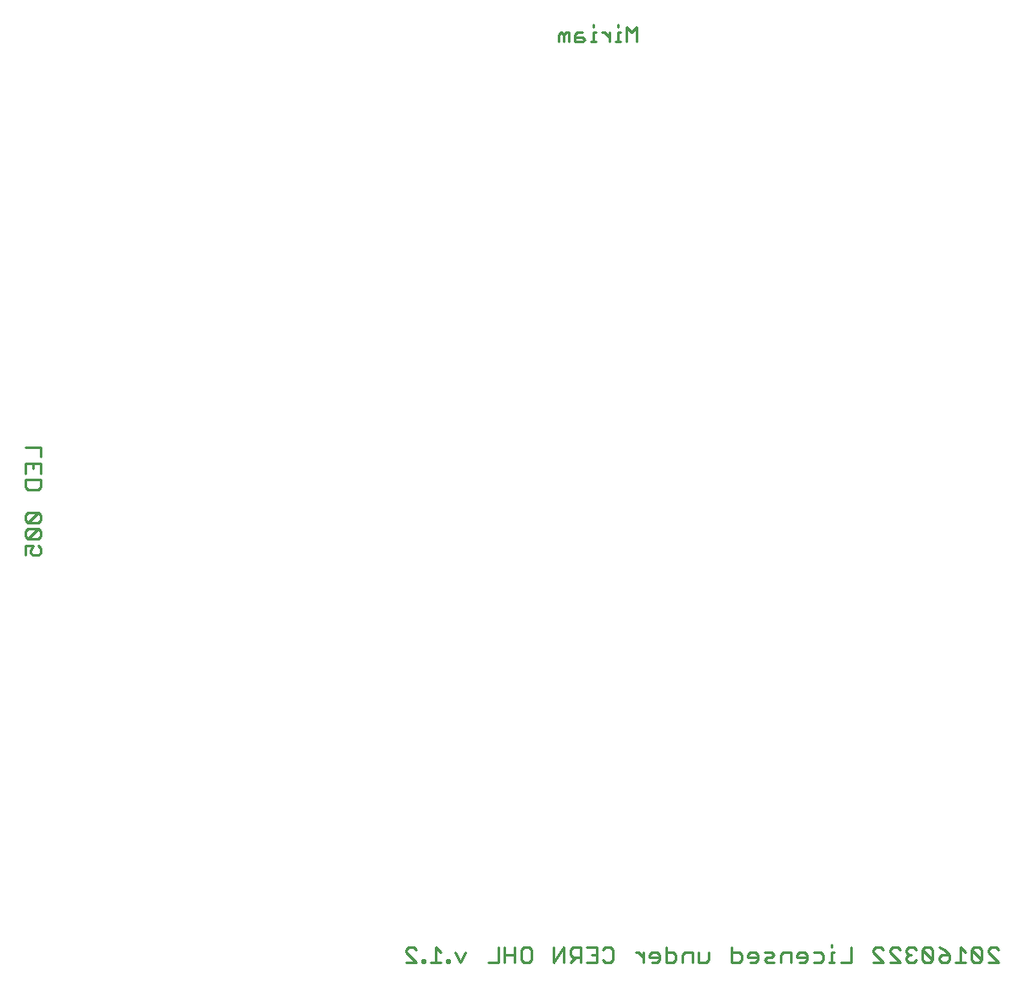
<source format=gbo>
G75*
%MOIN*%
%OFA0B0*%
%FSLAX25Y25*%
%IPPOS*%
%LPD*%
%AMOC8*
5,1,8,0,0,1.08239X$1,22.5*
%
%ADD10C,0.01100*%
D10*
X0213573Y0040944D02*
X0217510Y0040944D01*
X0213573Y0044881D01*
X0213573Y0045865D01*
X0214557Y0046850D01*
X0216525Y0046850D01*
X0217510Y0045865D01*
X0219748Y0041929D02*
X0219748Y0040944D01*
X0220732Y0040944D01*
X0220732Y0041929D01*
X0219748Y0041929D01*
X0223241Y0040944D02*
X0227178Y0040944D01*
X0225210Y0040944D02*
X0225210Y0046850D01*
X0227178Y0044881D01*
X0229416Y0041929D02*
X0229416Y0040944D01*
X0230401Y0040944D01*
X0230401Y0041929D01*
X0229416Y0041929D01*
X0232909Y0044881D02*
X0234878Y0040944D01*
X0236846Y0044881D01*
X0245800Y0040944D02*
X0249737Y0040944D01*
X0249737Y0046850D01*
X0252246Y0046850D02*
X0252246Y0040944D01*
X0252246Y0043897D02*
X0256183Y0043897D01*
X0256183Y0040944D02*
X0256183Y0046850D01*
X0258691Y0045865D02*
X0259676Y0046850D01*
X0261644Y0046850D01*
X0262628Y0045865D01*
X0262628Y0041929D01*
X0261644Y0040944D01*
X0259676Y0040944D01*
X0258691Y0041929D01*
X0258691Y0045865D01*
X0271582Y0046850D02*
X0271582Y0040944D01*
X0275519Y0046850D01*
X0275519Y0040944D01*
X0278028Y0040944D02*
X0279996Y0042913D01*
X0279012Y0042913D02*
X0281965Y0042913D01*
X0281965Y0040944D02*
X0281965Y0046850D01*
X0279012Y0046850D01*
X0278028Y0045865D01*
X0278028Y0043897D01*
X0279012Y0042913D01*
X0284473Y0040944D02*
X0288410Y0040944D01*
X0288410Y0046850D01*
X0284473Y0046850D01*
X0286442Y0043897D02*
X0288410Y0043897D01*
X0290919Y0041929D02*
X0291903Y0040944D01*
X0293871Y0040944D01*
X0294856Y0041929D01*
X0294856Y0045865D01*
X0293871Y0046850D01*
X0291903Y0046850D01*
X0290919Y0045865D01*
X0303720Y0044881D02*
X0304704Y0044881D01*
X0306672Y0042913D01*
X0306672Y0044881D02*
X0306672Y0040944D01*
X0309181Y0042913D02*
X0313118Y0042913D01*
X0313118Y0043897D02*
X0312134Y0044881D01*
X0310165Y0044881D01*
X0309181Y0043897D01*
X0309181Y0042913D01*
X0310165Y0040944D02*
X0312134Y0040944D01*
X0313118Y0041929D01*
X0313118Y0043897D01*
X0315627Y0044881D02*
X0318579Y0044881D01*
X0319563Y0043897D01*
X0319563Y0041929D01*
X0318579Y0040944D01*
X0315627Y0040944D01*
X0315627Y0046850D01*
X0322072Y0043897D02*
X0322072Y0040944D01*
X0322072Y0043897D02*
X0323056Y0044881D01*
X0326009Y0044881D01*
X0326009Y0040944D01*
X0328518Y0040944D02*
X0328518Y0044881D01*
X0332454Y0044881D02*
X0332454Y0041929D01*
X0331470Y0040944D01*
X0328518Y0040944D01*
X0341409Y0040944D02*
X0344361Y0040944D01*
X0345345Y0041929D01*
X0345345Y0043897D01*
X0344361Y0044881D01*
X0341409Y0044881D01*
X0341409Y0046850D02*
X0341409Y0040944D01*
X0347854Y0042913D02*
X0351791Y0042913D01*
X0351791Y0043897D02*
X0350807Y0044881D01*
X0348838Y0044881D01*
X0347854Y0043897D01*
X0347854Y0042913D01*
X0348838Y0040944D02*
X0350807Y0040944D01*
X0351791Y0041929D01*
X0351791Y0043897D01*
X0354300Y0044881D02*
X0357252Y0044881D01*
X0358236Y0043897D01*
X0357252Y0042913D01*
X0355284Y0042913D01*
X0354300Y0041929D01*
X0355284Y0040944D01*
X0358236Y0040944D01*
X0360745Y0040944D02*
X0360745Y0043897D01*
X0361729Y0044881D01*
X0364682Y0044881D01*
X0364682Y0040944D01*
X0367191Y0042913D02*
X0371127Y0042913D01*
X0371127Y0043897D02*
X0370143Y0044881D01*
X0368175Y0044881D01*
X0367191Y0043897D01*
X0367191Y0042913D01*
X0368175Y0040944D02*
X0370143Y0040944D01*
X0371127Y0041929D01*
X0371127Y0043897D01*
X0373636Y0044881D02*
X0376589Y0044881D01*
X0377573Y0043897D01*
X0377573Y0041929D01*
X0376589Y0040944D01*
X0373636Y0040944D01*
X0379901Y0040944D02*
X0381870Y0040944D01*
X0380886Y0040944D02*
X0380886Y0044881D01*
X0381870Y0044881D01*
X0380886Y0046850D02*
X0380886Y0047834D01*
X0388315Y0046850D02*
X0388315Y0040944D01*
X0384379Y0040944D01*
X0397270Y0040944D02*
X0401206Y0040944D01*
X0397270Y0044881D01*
X0397270Y0045865D01*
X0398254Y0046850D01*
X0400222Y0046850D01*
X0401206Y0045865D01*
X0403715Y0045865D02*
X0404699Y0046850D01*
X0406668Y0046850D01*
X0407652Y0045865D01*
X0410161Y0045865D02*
X0410161Y0044881D01*
X0411145Y0043897D01*
X0410161Y0042913D01*
X0410161Y0041929D01*
X0411145Y0040944D01*
X0413113Y0040944D01*
X0414097Y0041929D01*
X0416606Y0041929D02*
X0417590Y0040944D01*
X0419559Y0040944D01*
X0420543Y0041929D01*
X0416606Y0045865D01*
X0416606Y0041929D01*
X0416606Y0045865D02*
X0417590Y0046850D01*
X0419559Y0046850D01*
X0420543Y0045865D01*
X0420543Y0041929D01*
X0423052Y0041929D02*
X0423052Y0042913D01*
X0424036Y0043897D01*
X0426988Y0043897D01*
X0426988Y0041929D01*
X0426004Y0040944D01*
X0424036Y0040944D01*
X0423052Y0041929D01*
X0425020Y0045865D02*
X0426988Y0043897D01*
X0425020Y0045865D02*
X0423052Y0046850D01*
X0431465Y0046850D02*
X0431465Y0040944D01*
X0429497Y0040944D02*
X0433434Y0040944D01*
X0435943Y0041929D02*
X0436927Y0040944D01*
X0438895Y0040944D01*
X0439879Y0041929D01*
X0435943Y0045865D01*
X0435943Y0041929D01*
X0433434Y0044881D02*
X0431465Y0046850D01*
X0435943Y0045865D02*
X0436927Y0046850D01*
X0438895Y0046850D01*
X0439879Y0045865D01*
X0439879Y0041929D01*
X0442388Y0040944D02*
X0446325Y0040944D01*
X0442388Y0044881D01*
X0442388Y0045865D01*
X0443372Y0046850D01*
X0445341Y0046850D01*
X0446325Y0045865D01*
X0414097Y0045865D02*
X0413113Y0046850D01*
X0411145Y0046850D01*
X0410161Y0045865D01*
X0411145Y0043897D02*
X0412129Y0043897D01*
X0407652Y0040944D02*
X0403715Y0044881D01*
X0403715Y0045865D01*
X0403715Y0040944D02*
X0407652Y0040944D01*
X0069829Y0201959D02*
X0069829Y0203927D01*
X0068845Y0204912D01*
X0066876Y0204912D02*
X0065892Y0202943D01*
X0065892Y0201959D01*
X0066876Y0200975D01*
X0068845Y0200975D01*
X0069829Y0201959D01*
X0066876Y0204912D02*
X0063924Y0204912D01*
X0063924Y0200975D01*
X0064908Y0207420D02*
X0068845Y0211357D01*
X0069829Y0210373D01*
X0069829Y0208405D01*
X0068845Y0207420D01*
X0064908Y0207420D01*
X0063924Y0208405D01*
X0063924Y0210373D01*
X0064908Y0211357D01*
X0068845Y0211357D01*
X0068845Y0213866D02*
X0064908Y0213866D01*
X0068845Y0217803D01*
X0069829Y0216818D01*
X0069829Y0214850D01*
X0068845Y0213866D01*
X0068845Y0217803D02*
X0064908Y0217803D01*
X0063924Y0216818D01*
X0063924Y0214850D01*
X0064908Y0213866D01*
X0064908Y0226757D02*
X0063924Y0227741D01*
X0063924Y0230694D01*
X0069829Y0230694D01*
X0069829Y0227741D01*
X0068845Y0226757D01*
X0064908Y0226757D01*
X0063924Y0233202D02*
X0063924Y0237139D01*
X0069829Y0237139D01*
X0069829Y0233202D01*
X0066876Y0235171D02*
X0066876Y0237139D01*
X0069829Y0239648D02*
X0069829Y0243585D01*
X0063924Y0243585D01*
X0273361Y0402976D02*
X0273361Y0405929D01*
X0274345Y0406913D01*
X0275330Y0405929D01*
X0275330Y0402976D01*
X0277298Y0402976D02*
X0277298Y0406913D01*
X0276314Y0406913D01*
X0275330Y0405929D01*
X0279807Y0405929D02*
X0279807Y0402976D01*
X0282759Y0402976D01*
X0283743Y0403960D01*
X0282759Y0404944D01*
X0279807Y0404944D01*
X0279807Y0405929D02*
X0280791Y0406913D01*
X0282759Y0406913D01*
X0287056Y0406913D02*
X0287056Y0402976D01*
X0288040Y0402976D02*
X0286072Y0402976D01*
X0287056Y0406913D02*
X0288040Y0406913D01*
X0287056Y0408881D02*
X0287056Y0409865D01*
X0290459Y0406913D02*
X0291443Y0406913D01*
X0293412Y0404944D01*
X0293412Y0402976D02*
X0293412Y0406913D01*
X0296724Y0406913D02*
X0296724Y0402976D01*
X0295740Y0402976D02*
X0297709Y0402976D01*
X0300217Y0402976D02*
X0300217Y0408881D01*
X0302186Y0406913D01*
X0304154Y0408881D01*
X0304154Y0402976D01*
X0297709Y0406913D02*
X0296724Y0406913D01*
X0296724Y0408881D02*
X0296724Y0409865D01*
M02*

</source>
